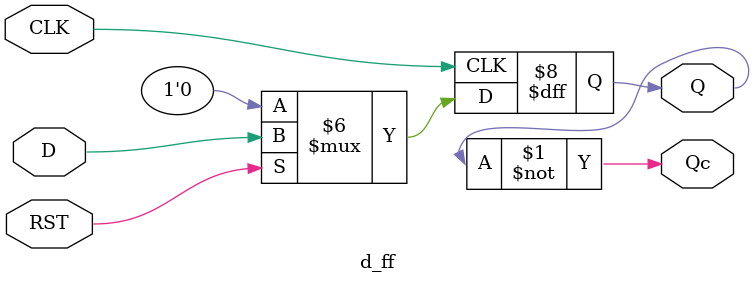
<source format=v>
module lab8_3(LEDR, SW, KEY);
	input [1:0] SW;
	input [0:0] KEY;
	output [9:0] LEDR;
	wire [7:0] state;
	
	//States reg
	d_ff a(state[0], , 1, SW[0]&~SW[1], KEY[0]);
	d_ff b(state[1], , state[0], SW[0]&~SW[1], KEY[0]);
	d_ff c(state[2], , state[1], SW[0]&~SW[1], KEY[0]);
	d_ff d(state[3], , state[2], SW[0]&~SW[1], KEY[0]);
	d_ff e(state[4], , 1, SW[0]&SW[1], KEY[0]);
	d_ff f(state[5], , state[4], SW[0]&SW[1], KEY[0]);
	d_ff g(state[6], , state[5], SW[0]&SW[1], KEY[0]);
	d_ff h(state[7], , state[6], SW[0]&SW[1], KEY[0]);

	
	assign LEDR[7:0] = state[7:0];
	assign LEDR[9] = (state[0]&state[1]&state[2]&state[3])|(state[4]&state[5]&state[6]&state[7]);
	
endmodule

module d_ff(Q, Qc, D, RST, CLK);
	input D, RST, CLK;
	output reg Q;
	output Qc;
	
	assign Qc = ~Q;
	
	initial Q <= 0;
	
	always @ (posedge CLK) begin
		if(~RST)
			Q <= 0;
		else
			Q <= D;
	end
endmodule

</source>
